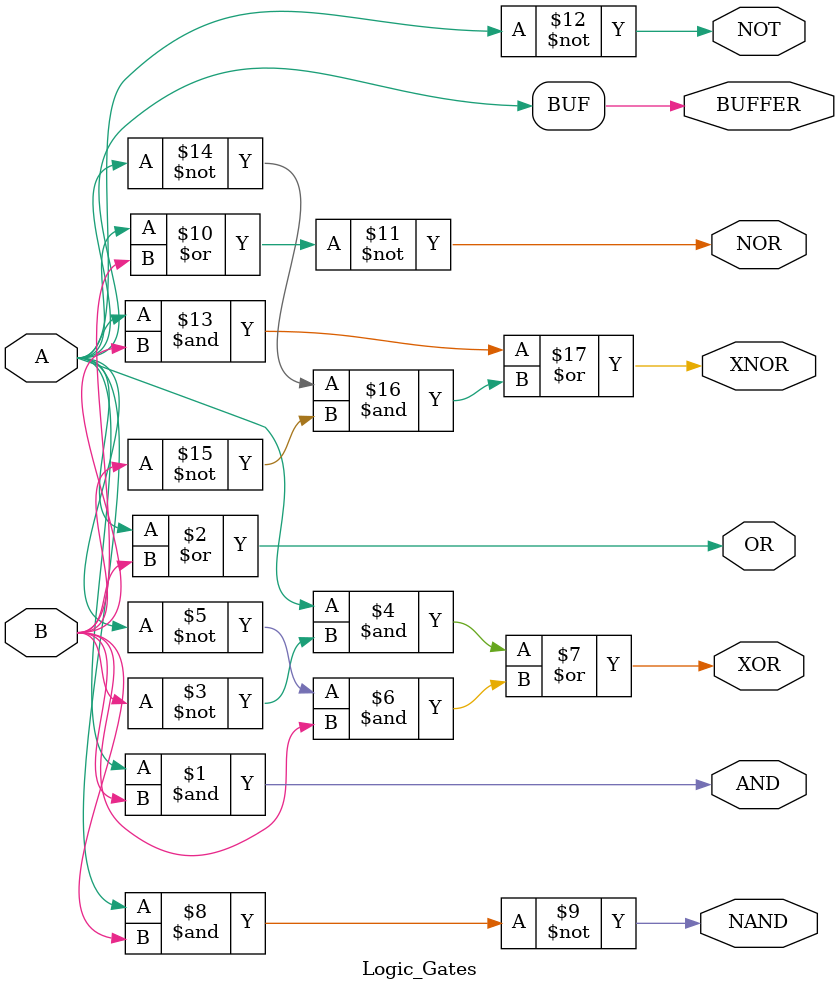
<source format=v>
`timescale 1ns / 1ps


module Logic_Gates(
    input A,
    input B,
    output AND, output OR, output BUFFER, output XOR, output NAND, output NOR, output NOT, output XNOR);
    assign AND = A&B;
    assign OR = A|B;
    assign BUFFER = A;
    assign XOR = ((A&(~B))|((~A)&B));
    assign NAND = ~(A&B);
    assign NOR = ~(A|B);
    assign NOT = ~A;
    assign XNOR = ((A&B)|((~A)&(~B)));
endmodule

</source>
